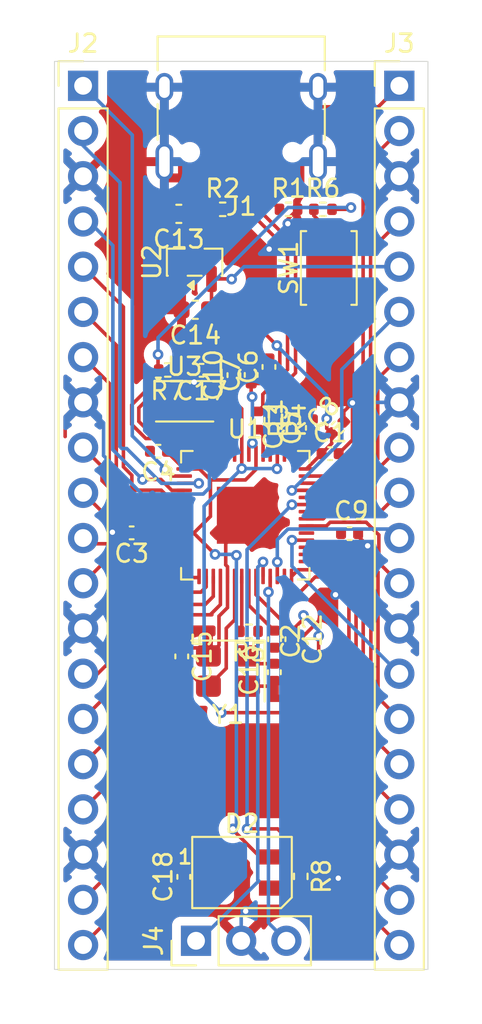
<source format=kicad_pcb>
(kicad_pcb (version 20241229) (generator "pcbnew") (generator_version "9.0")
  (layers (0 "F.Cu" signal) (2 "B.Cu" signal) (13 "F.Paste" user) (15 "B.Paste" user) (5 "F.SilkS" user "F.Silkscreen") (7 "B.SilkS" user "B.Silkscreen") (1 "F.Mask" user) (3 "B.Mask" user) (25 "Edge.Cuts" user))
  (net 0 "")
  (net 1 "+3V3")
  (net 2 "GND")
  (net 3 "+1V1")
  (net 4 "VBUS")
  (net 5 "XIN")
  (net 6 "Net-(C16-Pad2)")
  (net 7 "Net-(J1-CC2)")
  (net 8 "USB_D+")
  (net 9 "USB_D-")
  (net 10 "Net-(J1-CC1)")
  (net 11 "GPIO7")
  (net 12 "GPIO13")
  (net 13 "GPIO12")
  (net 14 "GPIO0")
  (net 15 "GPIO11")
  (net 16 "GPIO4")
  (net 17 "GPIO8")
  (net 18 "GPIO5")
  (net 19 "GPIO15")
  (net 20 "GPIO2")
  (net 21 "GPIO9")
  (net 22 "GPIO14")
  (net 23 "GPIO10")
  (net 24 "GPIO1")
  (net 25 "GPIO6")
  (net 26 "GPIO3")
  (net 27 "GPIO23")
  (net 28 "GPIO21")
  (net 29 "GPIO19")
  (net 30 "GPIO22")
  (net 31 "GPIO17")
  (net 32 "GPIO16")
  (net 33 "GPIO18")
  (net 34 "GPIO20")
  (net 35 "GPIO27_ADC1")
  (net 36 "GPIO24")
  (net 37 "RUN")
  (net 38 "GPIO28_ADC2")
  (net 39 "GPIO26_ADC0")
  (net 40 "GPIO29_ADC3")
  (net 41 "SWD")
  (net 42 "SWCLK")
  (net 43 "XOUT")
  (net 44 "Net-(R6-Pad1)")
  (net 45 "QSPI_SS")
  (net 46 "QSPI_SD1")
  (net 47 "QSPI_SCLK")
  (net 48 "QSPI_SD3")
  (net 49 "QSPI_SD0")
  (net 51 "QSPI_SD2")
  (net 52 "Net-(U1-USB_DM)")
  (net 53 "Net-(U1-USB_DP)")
  (net 54 "Net-(D2-VSS)")
  (net 55 "Net-(D2-DIN)")
  (net 56 "LED_0")
  (footprint "Capacitor_SMD:C_0402_1005Metric" (layer "F.Cu") (at 191.27 60.35 180)
    (property "Reference" "C17")
    (property "Value" "0.1uF")
  )
  (footprint "Capacitor_SMD:C_0402_1005Metric" (layer "F.Cu") (at 198.5 65.03)
    (property "Reference" "C1")
    (property "Value" "1uF")
  )
  (footprint "Capacitor_SMD:C_0402_1005Metric" (layer "F.Cu") (at 194.06 60.61 90)
    (property "Reference" "C7")
    (property "Value" "0.1uF")
  )
  (footprint "Capacitor_SMD:C_0402_1005Metric" (layer "F.Cu") (at 198.93 63.56 45)
    (property "Reference" "C8")
    (property "Value" "0.1uF")
  )
  (footprint "Resistor_SMD:R_0402_1005Metric" (layer "F.Cu") (at 189.37 60.33 180)
    (property "Reference" "R7")
    (property "Value" "10K")
  )
  (footprint "Capacitor_SMD:C_0402_1005Metric" (layer "F.Cu") (at 195.3775 75.45 -90)
    (property "Reference" "C2")
    (property "Value" "0.1uF")
  )
  (footprint "Connector_PinHeader_2.54mm:PinHeader_1x03_P2.54mm_Vertical" (layer "F.Cu") (at 190.96 92.39 90)
    (property "Reference" "J4")
    (property "Value" "Conn_01x03")
  )
  (footprint "Package_DFN_QFN:QFN-56-1EP_7x7mm_P0.4mm_EP3.2x3.2mm" (layer "F.Cu") (at 193.73 68.49)
    (property "Reference" "U1")
    (property "Value" "RP2040")
  )
  (footprint "Capacitor_SMD:C_0402_1005Metric" (layer "F.Cu") (at 196.3475 75.45 -90)
    (property "Reference" "C12")
    (property "Value" "0.1uF")
  )
  (footprint "Capacitor_SMD:C_0402_1005Metric" (layer "F.Cu") (at 199.5932 69.5198)
    (property "Reference" "C9")
    (property "Value" "0.1uF")
  )
  (footprint "Capacitor_SMD:C_0402_1005Metric" (layer "F.Cu") (at 196.469 63.373 90)
    (property "Reference" "C11")
    (property "Value" "0.1uF")
  )
  (footprint "Connector_PinHeader_2.54mm:PinHeader_1x20_P2.54mm_Vertical" (layer "F.Cu") (at 202.39 44.37)
    (property "Reference" "J3")
    (property "Value" "Conn_01x20")
  )
  (footprint "LED_SMD:LED_SK6812MINI_PLCC4_3.5x3.5mm_P1.75mm" (layer "F.Cu") (at 193.5454 88.5558)
    (property "Reference" "D2")
    (property "Value" "SK6812MINI")
  )
  (footprint "Connector_PinHeader_2.54mm:PinHeader_1x20_P2.54mm_Vertical" (layer "F.Cu") (at 184.61 44.37)
    (property "Reference" "J2")
    (property "Value" "Conn_01x20")
  )
  (footprint "Capacitor_SMD:C_0402_1005Metric" (layer "F.Cu") (at 197.5 63.58 90)
    (property "Reference" "C5")
    (property "Value" "0.1uF")
  )
  (footprint "Capacitor_SMD:C_0402_1005Metric" (layer "F.Cu") (at 187.34 69.48 180)
    (property "Reference" "C3")
    (property "Value" "0.1uF")
  )
  (footprint "Capacitor_SMD:C_0402_1005Metric" (layer "F.Cu") (at 193.09 60.62 90)
    (property "Reference" "C10")
    (property "Value" "1uF")
  )
  (footprint "Resistor_SMD:R_0402_1005Metric" (layer "F.Cu") (at 196.1622 51.308)
    (property "Reference" "R1")
    (property "Value" "5.1K")
  )
  (footprint "Capacitor_SMD:C_0603_1608Metric" (layer "F.Cu") (at 190.92 56.95 180)
    (property "Reference" "C14")
    (property "Value" "10uF")
  )
  (footprint "Resistor_SMD:R_0402_1005Metric" (layer "F.Cu") (at 198.0946 51.308)
    (property "Reference" "R6")
    (property "Value" "1K")
  )
  (footprint "Capacitor_SMD:C_0402_1005Metric" (layer "F.Cu") (at 188.849 64.897 180)
    (property "Reference" "C4")
    (property "Value" "0.1uF")
  )
  (footprint "Crystal:Crystal_SMD_3225-4Pin_3.2x2.5mm" (layer "F.Cu") (at 192.7575 77.24 180)
    (property "Reference" "Y1")
    (property "Value" "12 MHz")
  )
  (footprint "Capacitor_SMD:C_0402_1005Metric" (layer "F.Cu") (at 195.06 60.16 90)
    (property "Reference" "C6")
    (property "Value" "0.1uF")
  )
  (footprint "Capacitor_SMD:C_0603_1608Metric" (layer "F.Cu") (at 189.992 51.562 180)
    (property "Reference" "C13")
    (property "Value" "10uF")
  )
  (footprint "Package_TO_SOT_SMD:SOT-23" (layer "F.Cu") (at 190.881 54.2775 90)
    (property "Reference" "U2")
    (property "Value" "MCP1700x-330xxTT")
  )
  (footprint "Connector_USB:USB_C_Receptacle_HRO_TYPE-C-31-M-12" (layer "F.Cu") (at 193.5 45.5 180)
    (property "Reference" "J1")
    (property "Value" "USB_C_Receptacle_USB2.0_14P")
  )
  (footprint "Resistor_SMD:R_0402_1005Metric" (layer "F.Cu") (at 192.4578 51.308)
    (property "Reference" "R2")
    (property "Value" "5.1K")
  )
  (footprint "Capacitor_SMD:C_0402_1005Metric" (layer "F.Cu") (at 190.2714 88.7984 90)
    (property "Reference" "C18")
    (property "Value" "0.1uF")
  )
  (footprint "Resistor_SMD:R_0402_1005Metric" (layer "F.Cu") (at 194.43 63.17 -90)
    (property "Reference" "R3")
    (property "Value" "27")
  )
  (footprint "Capacitor_SMD:C_0402_1005Metric" (layer "F.Cu") (at 190.1575 76.419 -90)
    (property "Reference" "C15")
    (property "Value" "33pF")
  )
  (footprint "Resistor_SMD:R_0402_1005Metric" (layer "F.Cu") (at 193.9375 75.01 180)
    (property "Reference" "R5")
    (property "Value" "1K")
  )
  (footprint "Button_Switch_SMD:SW_Push_SPST_NO_Alps_SKRK" (layer "F.Cu") (at 198.4248 54.6018 90)
    (property "Reference" "SW1")
    (property "Value" "SW_Push")
  )
  (footprint "Package_SON:Winbond_USON-8-1EP_3x2mm_P0.5mm_EP0.2x1.6mm" (layer "F.Cu") (at 190.32 62.09)
    (property "Reference" "U3")
    (property "Value" "W25Q16JVZPIQ TR")
  )
  (footprint "Resistor_SMD:R_0402_1005Metric" (layer "F.Cu") (at 196.85 88.773 -90)
    (property "Reference" "R8")
    (property "Value" "330")
  )
  (footprint "Capacitor_SMD:C_0402_1005Metric" (layer "F.Cu") (at 195.3645 77.308 90)
    (property "Reference" "C16")
    (property "Value" "33pF")
  )
  (footprint "Resistor_SMD:R_0402_1005Metric" (layer "F.Cu") (at 195.44 63.16 -90)
    (property "Reference" "R4")
    (property "Value" "27")
  )
  (gr_rect (start 183 43) (end 204 94) (stroke (width 0.05)) (fill no) (layer "Edge.Cuts"))
  (segment (start 194.555062 87.6808) (end 195.2954 87.6808) (width 0.2) (layer "F.Cu") (net 1))
  (segment (start 194.06 61.78666) (end 194.114999 61.841659) (width 0.2) (layer "F.Cu") (net 1))
  (segment (start 193.93 71.9275) (end 193.93 73.55216) (width 0.2) (layer "F.Cu") (net 1))
  (segment (start 189.88 60.32245) (end 190.46345 59.739) (width 0.2) (layer "F.Cu") (net 1))
  (segment (start 187.83 69.49) (end 187.82 69.48) (width 0.2) (layer "F.Cu") (net 1))
  (segment (start 191.153327 65.89) (end 190.2925 65.89) (width 0.2) (layer "F.Cu") (net 1))
  (segment (start 196.33 65.0525) (end 196.5075 65.0525) (width 0.2) (layer "F.Cu") (net 1))
  (segment (start 190.2925 69.49) (end 190.8346 69.49) (width 0.2) (layer "F.Cu") (net 1))
  (segment (start 192.945 55.215) (end 192.96 55.23) (width 0.2) (layer "F.Cu") (net 1))
  (segment (start 198.590589 63.899411) (end 198.590589 64.459411) (width 0.2) (layer "F.Cu") (net 1))
  (segment (start 193.737847 66.506673) (end 194.33 65.91452) (width 0.2) (layer "F.Cu") (net 1))
  (segment (start 191.695 56.95) (end 193.495692 56.95) (width 0.2) (layer "F.Cu") (net 1))
  (segment (start 194.13 64.39) (end 194.13 64.439565) (width 0.2) (layer "F.Cu") (net 1))
  (segment (start 195.671 60.029) (end 195.671 59.125308) (width 0.2) (layer "F.Cu") (net 1))
  (segment (start 197.5 64.06) (end 198.43 64.06) (width 0.2) (layer "F.Cu") (net 1))
  (segment (start 193.3956 70.739) (end 193.230205 70.739) (width 0.2) (layer "F.Cu") (net 1))
  (segment (start 195.671 59.125308) (end 195.505 58.959308) (width 0.2) (layer "F.Cu") (net 1))
  (segment (start 191.831 55.215) (end 191.831 56.814) (width 0.2) (layer "F.Cu") (net 1))
  (segment (start 198.43 64.06) (end 198.590589 63.899411) (width 0.2) (layer "F.Cu") (net 1))
  (segment (start 193.93 65.0525) (end 193.93 64.49) (width 0.2) (layer "F.Cu") (net 1))
  (segment (start 195.93 65.0525) (end 196.33 65.0525) (width 0.2) (layer "F.Cu") (net 1))
  (segment (start 194.08 64.34) (end 194.13 64.39) (width 0.2) (layer "F.Cu") (net 1))
  (segment (start 189.88 60.33) (end 189.88 60.32245) (width 0.2) (layer "F.Cu") (net 1))
  (segment (start 194.33 65.0525) (end 194.33 64.639565) (width 0.2) (layer "F.Cu") (net 1))
  (segment (start 198.31 63.06) (end 198.31 63.618822) (width 0.2) (layer "F.Cu") (net 1))
  (segment (start 194.06 61.09) (end 194.06 61.78666) (width 0.2) (layer "F.Cu") (net 1))
  (segment (start 191.77 66.506673) (end 191.153327 65.89) (width 0.2) (layer "F.Cu") (net 1))
  (segment (start 195.06 60.64) (end 195.671 60.029) (width 0.2) (layer "F.Cu") (net 1))
  (segment (start 189.329 64.9265) (end 190.2925 65.89) (width 0.2) (layer "F.Cu") (net 1))
  (segment (start 191.77 68.5546) (end 191.77 66.506673) (width 0.2) (layer "F.Cu") (net 1))
  (segment (start 198.590589 64.459411) (end 198.02 65.03) (width 0.2) (layer "F.Cu") (net 1))
  (segment (start 191.831 55.215) (end 192.945 55.215) (width 0.2) (layer "F.Cu") (net 1))
  (segment (start 191.139 59.739) (end 191.75 60.35) (width 0.2) (layer "F.Cu") (net 1))
  (segment (start 193.495692 56.95) (end 195.505 58.959308) (width 0.2) (layer "F.Cu") (net 1))
  (segment (start 198.02 65.03) (end 198.02 65.0375) (width 0.2) (layer "F.Cu") (net 1))
  (segment (start 191.831 56.814) (end 191.695 56.95) (width 0.2) (layer "F.Cu") (net 1))
  (segment (start 198.31 63.618822) (end 198.590589 63.899411) (width 0.2) (layer "F.Cu") (net 1))
  (segment (start 190.8346 69.49) (end 191.77 68.5546) (width 0.2) (layer "F.Cu") (net 1))
  (segment (start 194.33 65.91452) (end 194.33 65.0525) (width 0.2) (layer "F.Cu") (net 1))
  (segment (start 194.61 61.09) (end 195.06 60.64) (width 0.2) (layer "F.Cu") (net 1))
  (segment (start 191.77 66.506673) (end 193.737847 66.506673) (width 0.2) (layer "F.Cu") (net 1))
  (segment (start 191.75 61.335) (end 191.745 61.34) (width 0.2) (layer "F.Cu") (net 1))
  (segment (start 190.2925 69.49) (end 187.83 69.49) (width 0.2) (layer "F.Cu") (net 1))
  (segment (start 194.06 61.09) (end 194.61 61.09) (width 0.2) (layer "F.Cu") (net 1))
  (segment (start 193.030202 86.106) (end 193.030202 86.15594) (width 0.2) (layer "F.Cu") (net 1))
  (segment (start 190.831005 69.49) (end 192.029205 70.6882) (width 0.2) (layer "F.Cu") (net 1))
  (segment (start 189.329 64.897) (end 189.329 64.9265) (width 0.2) (layer "F.Cu") (net 1))
  (segment (start 196.5075 65.0525) (end 197.5 64.06) (width 0.2) (layer "F.Cu") (net 1))
  (segment (start 193.93 73.55216) (end 195.34784 74.97) (width 0.2) (layer "F.Cu") (net 1))
  (segment (start 195.34784 74.97) (end 195.3775 74.97) (width 0.2) (layer "F.Cu") (net 1))
  (segment (start 191.75 60.35) (end 191.75 61.335) (width 0.2) (layer "F.Cu") (net 1))
  (segment (start 193.93 64.49) (end 194.08 64.34) (width 0.2) (layer "F.Cu") (net 1))
  (segment (start 193.030202 86.15594) (end 194.555062 87.6808) (width 0.2) (layer "F.Cu") (net 1))
  (segment (start 198.02 65.0375) (end 197.1675 65.89) (width 0.2) (layer "F.Cu") (net 1))
  (segment (start 194.33 64.639565) (end 194.13 64.439565) (width 0.2) (layer "F.Cu") (net 1))
  (segment (start 190.2925 69.49) (end 190.831005 69.49) (width 0.2) (layer "F.Cu") (net 1))
  (segment (start 190.46345 59.739) (end 191.139 59.739) (width 0.2) (layer "F.Cu") (net 1))
  (via (at 192.96 55.23) (size 0.6) (drill 0.3) (layers "F.Cu" "B.Cu") (net 1))
  (via (at 193.230205 70.739) (size 0.6) (drill 0.3) (layers "F.Cu" "B.Cu") (net 1))
  (via (at 193.030202 86.106) (size 0.6) (drill 0.3) (layers "F.Cu" "B.Cu") (net 1))
  (via (at 198.31 63.06) (size 0.6) (drill 0.3) (layers "F.Cu" "B.Cu") (net 1))
  (via (at 192.029205 70.6882) (size 0.6) (drill 0.3) (layers "F.Cu" "B.Cu") (net 1))
  (via (at 194.114999 61.841659) (size 0.6) (drill 0.3) (layers "F.Cu" "B.Cu") (net 1))
  (via (at 195.505 58.959308) (size 0.6) (drill 0.3) (layers "F.Cu" "B.Cu") (net 1))
  (via (at 194.13 64.439565) (size 0.6) (drill 0.3) (layers "F.Cu" "B.Cu") (net 1))
  (segment (start 192.029205 70.6882) (end 193.179405 70.6882) (width 0.2) (layer "B.Cu") (net 1))
  (segment (start 194.114999 61.841659) (end 194.13 61.85666) (width 0.2) (layer "B.Cu") (net 1))
  (segment (start 198.31 61.764308) (end 195.505 58.959308) (width 0.2) (layer "B.Cu") (net 1))
  (segment (start 194.13 61.85666) (end 194.13 64.439565) (width 0.2) (layer "B.Cu") (net 1))
  (segment (start 193.66 54.53) (end 202.39 54.53) (width 0.2) (layer "B.Cu") (net 1))
  (segment (start 192.96 55.23) (end 193.66 54.53) (width 0.2) (layer "B.Cu") (net 1))
  (segment (start 193.179405 70.6882) (end 193.230205 70.739) (width 0.2) (layer "B.Cu") (net 1))
  (segment (start 193.230205 85.905997) (end 193.030202 86.106) (width 0.2) (layer "B.Cu") (net 1))
  (segment (start 193.230205 70.739) (end 193.230205 85.905997) (width 0.2) (layer "B.Cu") (net 1))
  (segment (start 198.31 63.06) (end 198.31 61.764308) (width 0.2) (layer "B.Cu") (net 1))
  (segment (start 191.2065 75.939) (end 191.6575 76.39) (width 0.2) (layer "F.Cu") (net 2))
  (segment (start 190.373 49.668) (end 190.25 49.545) (width 0.2) (layer "F.Cu") (net 2))
  (segment (start 189.919 60.989) (end 190.8338 60.989) (width 0.2) (layer "F.Cu") (net 2))
  (segment (start 190.8338 60.989) (end 190.8556 61.0108) (width 0.2) (layer "F.Cu") (net 2))
  (segment (start 186.86 69.48) (end 186.2946 69.48) (width 0.2) (layer "F.Cu") (net 2))
  (segment (start 198.98 65.03) (end 199.7552 64.2548) (width 0.2) (layer "F.Cu") (net 2))
  (segment (start 200.0732 69.6696) (end 200.6092 70.2056) (width 0.2) (layer "F.Cu") (net 2))
  (segment (start 188.895 62.84) (end 189.3598 62.84) (width 0.2) (layer "F.Cu") (net 2))
  (segment (start 190.1575 75.939) (end 191.2065 75.939) (width 0.2) (layer "F.Cu") (net 2))
  (segment (start 190.79 60.9452) (end 190.8556 61.0108) (width 0.2) (layer "F.Cu") (net 2))
  (segment (start 192.73 73.6771) (end 192.73 71.9275) (width 0.2) (layer "F.Cu") (net 2))
  (segment (start 198.801565 73.475935) (end 196.3475 75.93) (width 0.2) (layer "F.Cu") (net 2))
  (segment (start 192.629205 69.590795) (end 193.73 68.49) (width 0.2) (layer "F.Cu") (net 2))
  (segment (start 191.6575 76.39) (end 192.251 75.7965) (width 0.2) (layer "F.Cu") (net 2))
  (segment (start 199.7552 64.2548) (end 199.7552 62.1792) (width 0.2) (layer "F.Cu") (net 2))
  (segment (start 193.7512 90.7288) (end 197.10255 90.7288) (width 0.2) (layer "F.Cu") (net 2))
  (segment (start 192.251 75.7965) (end 192.251 74.1561) (width 0.2) (layer "F.Cu") (net 2))
  (segment (start 199.269411 62.664989) (end 199.7552 62.1792) (width 0.2) (layer "F.Cu") (net 2))
  (segment (start 199.269411 63.220589) (end 199.269411 62.664989) (width 0.2) (layer "F.Cu") (net 2))
  (segment (start 192.9678 51.439) (end 195.072 53.5432) (width 0.2) (layer "F.Cu") (net 2))
  (segment (start 195.0625 78.09) (end 195.3645 77.788) (width 0.2) (layer "F.Cu") (net 2))
  (segment (start 199.7552 62.1792) (end 199.7552 58.0322) (width 0.2) (layer "F.Cu") (net 2))
  (segment (start 197.10255 90.7288) (end 198.95675 88.8746) (width 0.2) (layer "F.Cu") (net 2))
  (segment (start 184.61 62.15) (end 183.601 63.159) (width 0.2) (layer "F.Cu") (net 2))
  (segment (start 192.9678 51.308) (end 192.9678 51.439) (width 0.2) (layer "F.Cu") (net 2))
  (segment (start 196.120464 51.859736) (end 196.6722 51.308) (width 0.2) (layer "F.Cu") (net 2))
  (segment (start 183.601 63.159) (end 183.601 64.07124) (width 0.2) (layer "F.Cu") (net 2))
  (segment (start 198.801565 72.953035) (end 198.801565 73.475935) (width 0.2) (layer "F.Cu") (net 2))
  (segment (start 195.3775 75.93) (end 196.3475 75.93) (width 0.2) (layer "F.Cu") (net 2))
  (segment (start 189.919 62.2808) (end 189.919 60.989) (width 0.2) (layer "F.Cu") (net 2))
  (segment (start 196.120464 52.113736) (end 196.120464 51.859736) (width 0.2) (layer "F.Cu") (net 2))
  (segment (start 190.79 60.35) (end 190.79 60.9452) (width 0.2) (layer "F.Cu") (net 2))
  (segment (start 192.251 74.1561) (end 192.73 73.6771) (width 0.2) (layer "F.Cu") (net 2))
  (segment (start 192.629205 71.278405) (end 192.629205 69.590795) (width 0.2) (layer "F.Cu") (net 2))
  (segment (start 186.2946 69.48) (end 186.2582 69.4436) (width 0.2) (layer "F.Cu") (net 2))
  (segment (start 189.3598 62.84) (end 189.919 62.2808) (width 0.2) (layer "F.Cu") (net 2))
  (segment (start 193.8575 78.09) (end 195.0625 78.09) (width 0.2) (layer "F.Cu") (net 2))
  (segment (start 200.0732 69.5198) (end 200.0732 69.6696) (width 0.2) (layer "F.Cu") (net 2))
  (segment (start 192.73 71.9275) (end 192.73 71.3792) (width 0.2) (layer "F.Cu") (net 2))
  (segment (start 199.7552 58.0322) (end 198.4248 56.7018) (width 0.2) (layer "F.Cu") (net 2))
  (segment (start 192.73 71.3792) (end 192.629205 71.278405) (width 0.2) (layer "F.Cu") (net 2))
  (via (at 198.95675 88.8746) (size 0.6) (drill 0.3) (layers "F.Cu" "B.Cu") (net 2))
  (via (at 200.6092 70.2056) (size 0.6) (drill 0.3) (layers "F.Cu" "B.Cu") (net 2))
  (via (at 193.7512 90.7288) (size 0.6) (drill 0.3) (layers "F.Cu" "B.Cu") (net 2))
  (via (at 198.801565 72.953035) (size 0.6) (drill 0.3) (layers "F.Cu" "B.Cu") (net 2))
  (via (at 190.8556 61.0108) (size 0.6) (drill 0.3) (layers "F.Cu" "B.Cu") (net 2))
  (via (at 195.072 53.5432) (size 0.6) (drill 0.3) (layers "F.Cu" "B.Cu") (net 2))
  (via (at 190.8556 61.0108) (size 0.6) (drill 0.3) (layers "F.Cu" "B.Cu") (net 2))
  (via (at 196.120464 52.113736) (size 0.6) (drill 0.3) (layers "F.Cu" "B.Cu") (net 2))
  (via (at 186.2582 69.4436) (size 0.6) (drill 0.3) (layers "F.Cu" "B.Cu") (net 2))
  (via (at 199.7552 62.1792) (size 0.6) (drill 0.3) (layers "F.Cu" "B.Cu") (net 2))
  (segment (start 191.712962 61.868162) (end 191.712962 66.947521) (width 0.2) (layer "B.Cu") (net 2))
  (segment (start 193.5 90.98) (end 193.7512 90.7288) (width 0.2) (layer "B.Cu") (net 2))
  (segment (start 199.7552 62.1792) (end 199.7844 62.15) (width 0.2) (layer "B.Cu") (net 2))
  (segment (start 185.761 65.141943) (end 185.761 63.301) (width 0.2) (layer "B.Cu") (net 2))
  (segment (start 187.842929 67.858871) (end 187.842929 67.223871) (width 0.2) (layer "B.Cu") (net 2))
  (segment (start 191.712962 66.947521) (end 191.360905 67.299578) (width 0.2) (layer "B.Cu") (net 2))
  (segment (start 200.6092 73.0692) (end 202.39 74.85) (width 0.2) (layer "B.Cu") (net 2))
  (segment (start 195.072 53.5432) (end 195.072 53.1622) (width 0.2) (layer "B.Cu") (net 2))
  (segment (start 200.6092 70.2056) (end 200.6092 73.0692) (width 0.2) (layer "B.Cu") (net 2))
  (segment (start 186.2582 69.4436) (end 187.842929 67.858871) (width 0.2) (layer "B.Cu") (net 2))
  (segment (start 198.95675 88.8746) (end 201.0654 88.8746) (width 0.2) (layer "B.Cu") (net 2))
  (segment (start 199.7844 62.15) (end 202.39 62.15) (width 0.2) (layer "B.Cu") (net 2))
  (segment (start 200.6092 71.1454) (end 198.801565 72.953035) (width 0.2) (layer "B.Cu") (net 2))
  (segment (start 200.6092 70.2056) (end 200.6092 71.1454) (width 0.2) (layer "B.Cu") (net 2))
  (segment (start 195.072 53.1622) (end 196.120464 52.113736) (width 0.2) (layer "B.Cu") (net 2))
  (segment (start 190.8556 61.0108) (end 191.712962 61.868162) (width 0.2) (layer "B.Cu") (net 2))
  (segment (start 187.842929 67.223871) (end 185.761 65.141943) (width 0.2) (layer "B.Cu") (net 2))
  (segment (start 191.360905 67.299578) (end 187.918635 67.299578) (width 0.2) (layer "B.Cu") (net 2))
  (segment (start 201.0654 88.8746) (end 202.39 87.55) (width 0.2) (layer "B.Cu") (net 2))
  (segment (start 185.761 63.301) (end 184.61 62.15) (width 0.2) (layer "B.Cu") (net 2))
  (segment (start 193.5 92.39) (end 193.5 90.98) (width 0.2) (layer "B.Cu") (net 2))
  (segment (start 187.918635 67.299578) (end 187.842929 67.223871) (width 0.2) (layer "B.Cu") (net 2))
  (segment (start 193.53 65.0525) (end 193.53 65.864577) (width 0.2) (layer "F.Cu") (net 3))
  (segment (start 195.53 65.0525) (end 195.53 65.86058) (width 0.2) (layer "F.Cu") (net 3))
  (segment (start 197.853215 78.371785) (end 197.853215 75.272815) (width 0.2) (layer "F.Cu") (net 3))
  (segment (start 195.53 64.517226) (end 195.53 65.0525) (width 0.2) (layer "F.Cu") (net 3))
  (segment (start 193.53 62.5129) (end 193.53 65.0525) (width 0.2) (layer "F.Cu") (net 3))
  (segment (start 192.3796 79.5782) (end 196.6468 79.5782) (width 0.2) (layer "F.Cu") (net 3))
  (segment (start 196.011226 64.310774) (end 195.736452 64.310774) (width 0.2) (layer "F.Cu") (net 3))
  (segment (start 196.469 63.853) (end 196.011226 64.310774) (width 0.2) (layer "F.Cu") (net 3))
  (segment (start 193.09 62.0729) (end 193.53 62.5129) (width 0.2) (layer "F.Cu") (net 3))
  (segment (start 194.33 72.9525) (end 194.33 71.9275) (width 0.2) (layer "F.Cu") (net 3))
  (segment (start 195.53 65.86058) (end 195.510243 65.880337) (width 0.2) (layer "F.Cu") (net 3))
  (segment (start 195.736452 64.310774) (end 195.53 64.517226) (width 0.2) (layer "F.Cu") (net 3))
  (segment (start 196.3475 74.97) (end 194.33 72.9525) (width 0.2) (layer "F.Cu") (net 3))
  (segment (start 196.6468 79.5782) (end 197.853215 78.371785) (width 0.2) (layer "F.Cu") (net 3))
  (segment (start 193.53 65.864577) (end 193.526913 65.867664) (width 0.2) (layer "F.Cu") (net 3))
  (segment (start 197.0024 74.3151) (end 196.3475 74.97) (width 0.2) (layer "F.Cu") (net 3))
  (segment (start 193.09 61.1) (end 193.09 62.0729) (width 0.2) (layer "F.Cu") (net 3))
  (segment (start 197.0024 74.1172) (end 197.0024 74.3151) (width 0.2) (layer "F.Cu") (net 3))
  (via (at 197.853215 75.272815) (size 0.6) (drill 0.3) (layers "F.Cu" "B.Cu") (net 3))
  (via (at 192.3796 79.5782) (size 0.6) (drill 0.3) (layers "F.Cu" "B.Cu") (net 3))
  (via (at 193.526913 65.867664) (size 0.6) (drill 0.3) (layers "F.Cu" "B.Cu") (net 3))
  (via (at 197.0024 74.1172) (size 0.6) (drill 0.3) (layers "F.Cu" "B.Cu") (net 3))
  (via (at 195.510243 65.880337) (size 0.6) (drill 0.3) (layers "F.Cu" "B.Cu") (net 3))
  (segment (start 195.49757 65.867664) (end 195.510243 65.880337) (width 0.2) (layer "B.Cu") (net 3))
  (segment (start 191.4144 67.980177) (end 191.4144 78.613) (width 0.2) (layer "B.Cu") (net 3))
  (segment (start 193.526913 65.867664) (end 191.4144 67.980177) (width 0.2) (layer "B.Cu") (net 3))
  (segment (start 191.4144 78.613) (end 192.3796 79.5782) (width 0.2) (layer "B.Cu") (net 3))
  (segment (start 197.853215 75.272815) (end 197.853215 74.968015) (width 0.2) (layer "B.Cu") (net 3))
  (segment (start 197.853215 74.968015) (end 197.0024 74.1172) (width 0.2) (layer "B.Cu") (net 3))
  (segment (start 193.526913 65.867664) (end 195.49757 65.867664) (width 0.2) (layer "B.Cu") (net 3))
  (segment (start 190.767 51.562) (end 190.767 53.226) (width 0.2) (layer "F.Cu") (net 4))
  (segment (start 195.95 49.545) (end 195.714 49.309) (width 0.2) (layer "F.Cu") (net 4))
  (segment (start 190.767 50.617) (end 190.767 51.562) (width 0.2) (layer "F.Cu") (net 4))
  (segment (start 195.714 49.309) (end 195.714 47.819992) (width 0.2) (layer "F.Cu") (net 4))
  (segment (start 191.7 48.118) (end 195.448 48.118) (width 0.2) (layer "F.Cu") (net 4))
  (segment (start 191.05 50.334) (end 190.767 50.617) (width 0.2) (layer "F.Cu") (net 4))
  (segment (start 201.209 45.551) (end 202.39 44.37) (width 0.2) (layer "F.Cu") (net 4))
  (segment (start 191.05 48.768) (end 191.7 48.118) (width 0.2) (layer "F.Cu") (net 4))
  (segment (start 190.767 53.226) (end 190.881 53.34) (width 0.2) (layer "F.Cu") (net 4))
  (segment (start 191.05 49.545) (end 191.05 48.768) (width 0.2) (layer "F.Cu") (net 4))
  (segment (start 195.448 48.118) (end 195.95 48.62) (width 0.2) (layer "F.Cu") (net 4))
  (segment (start 197.982992 45.551) (end 201.209 45.551) (width 0.2) (layer "F.Cu") (net 4))
  (segment (start 195.714 47.819992) (end 197.982992 45.551) (width 0.2) (layer "F.Cu") (net 4))
  (segment (start 191.05 49.545) (end 191.05 50.334) (width 0.2) (layer "F.Cu") (net 4))
  (segment (start 195.95 48.62) (end 195.95 49.545) (width 0.2) (layer "F.Cu") (net 4))
  (segment (start 193.13 71.9275) (end 193.13 74.36716) (width 0.2) (layer "F.Cu") (net 5))
  (segment (start 192.6585 77.089) (end 191.6575 78.09) (width 0.2) (layer "F.Cu") (net 5))
  (segment (start 193.13 74.36716) (end 192.6585 74.83866) (width 0.2) (layer "F.Cu") (net 5))
  (segment (start 191.3485 78.09) (end 190.1575 76.899) (width 0.2) (layer "F.Cu") (net 5))
  (segment (start 192.6585 74.83866) (end 192.6585 77.089) (width 0.2) (layer "F.Cu") (net 5))
  (segment (start 191.6575 78.09) (end 191.3485 78.09) (width 0.2) (layer "F.Cu") (net 5))
  (segment (start 194.4475 75.8) (end 193.8575 76.39) (width 0.2) (layer "F.Cu") (net 6))
  (segment (start 194.2955 76.828) (end 193.8575 76.39) (width 0.2) (layer "F.Cu") (net 6))
  (segment (start 195.3645 76.828) (end 194.2955 76.828) (width 0.2) (layer "F.Cu") (net 6))
  (segment (start 194.4475 75.01) (end 194.4475 75.8) (width 0.2) (layer "F.Cu") (net 6))
  (segment (start 191.75 51.1102) (end 191.9478 51.308) (width 0.2) (layer "F.Cu") (net 7))
  (segment (start 191.75 49.545) (end 191.75 51.1102) (width 0.2) (layer "F.Cu") (net 7))
  (segment (start 192.75 50.51) (end 192.75 49.545) (width 0.2) (layer "F.Cu") (net 8))
  (segment (start 193.775 50.657501) (end 193.75 50.632501) (width 0.2) (layer "F.Cu") (net 8))
  (segment (start 194.714999 62.375001) (end 194.714999 61.696803) (width 0.2) (layer "F.Cu") (net 8))
  (segment (start 196.105 60.306802) (end 196.105 53.583198) (width 0.2) (layer "F.Cu") (net 8))
  (segment (start 193.75 49.545) (end 193.75 50.522) (width 0.2) (layer "F.Cu") (net 8))
  (segment (start 194.43 62.66) (end 194.714999 62.375001) (width 0.2) (layer "F.Cu") (net 8))
  (segment (start 193.701 50.571) (end 192.811 50.571) (width 0.2) (layer "F.Cu") (net 8))
  (segment (start 193.75 50.522) (end 193.701 50.571) (width 0.2) (layer "F.Cu") (net 8))
  (segment (start 196.105 53.583198) (end 193.775 51.253198) (width 0.2) (layer "F.Cu") (net 8))
  (segment (start 194.714999 61.696803) (end 196.105 60.306802) (width 0.2) (layer "F.Cu") (net 8))
  (segment (start 193.75 50.632501) (end 193.75 49.545) (width 0.2) (layer "F.Cu") (net 8))
  (segment (start 193.775 51.253198) (end 193.775 50.657501) (width 0.2) (layer "F.Cu") (net 8))
  (segment (start 192.811 50.571) (end 192.75 50.51) (width 0.2) (layer "F.Cu") (net 8))
  (segment (start 194.225 50.657501) (end 194.25 50.632501) (width 0.2) (layer "F.Cu") (net 9))
  (segment (start 196.555 53.396802) (end 194.225 51.066802) (width 0.2) (layer "F.Cu") (net 9))
  (segment (start 194.225 51.066802) (end 194.225 50.657501) (width 0.2) (layer "F.Cu") (net 9))
  (segment (start 194.25 48.568) (end 194.25 49.545) (width 0.2) (layer "F.Cu") (net 9))
  (segment (start 196.555 60.493198) (end 196.555 53.396802) (width 0.2) (layer "F.Cu") (net 9))
  (segment (start 195.165001 62.375001) (end 195.165001 61.883197) (width 0.2) (layer "F.Cu") (net 9))
  (segment (start 195.44 62.65) (end 195.165001 62.375001) (width 0.2) (layer "F.Cu") (net 9))
  (segment (start 194.201 48.519) (end 194.25 48.568) (width 0.2) (layer "F.Cu") (net 9))
  (segment (start 193.299 48.519) (end 194.201 48.519) (width 0.2) (layer "F.Cu") (net 9))
  (segment (start 194.25 50.632501) (end 194.25 49.545) (width 0.2) (layer "F.Cu") (net 9))
  (segment (start 195.165001 61.883197) (end 196.555 60.493198) (width 0.2) (layer "F.Cu") (net 9))
  (segment (start 193.25 49.545) (end 193.25 48.568) (width 0.2) (layer "F.Cu") (net 9))
  (segment (start 193.25 48.568) (end 193.299 48.519) (width 0.2) (layer "F.Cu") (net 9))
  (segment (start 194.75 50.4058) (end 194.75 49.545) (width 0.2) (layer "F.Cu") (net 10))
  (segment (start 195.6522 51.308) (end 194.75 50.4058) (width 0.2) (layer "F.Cu") (net 10))
  (segment (start 186.1124 68.7324) (end 188.3156 68.7324) (width 0.2) (layer "F.Cu") (net 11))
  (segment (start 188.6732 69.09) (end 190.2925 69.09) (width 0.2) (layer "F.Cu") (net 11))
  (segment (start 188.3156 68.7324) (end 188.6732 69.09) (width 0.2) (layer "F.Cu") (net 11))
  (segment (start 184.61 67.23) (end 186.1124 68.7324) (width 0.2) (layer "F.Cu") (net 11))
  (segment (start 191.23 72.81) (end 188.09 72.81) (width 0.2) (layer "F.Cu") (net 12))
  (segment (start 191.53 72.51) (end 191.23 72.81) (width 0.2) (layer "F.Cu") (net 12))
  (segment (start 187.383 73.497) (end 187.383 82.237) (width 0.2) (layer "F.Cu") (net 12))
  (segment (start 191.53 71.9275) (end 191.53 72.51) (width 0.2) (layer "F.Cu") (net 12))
  (segment (start 187.383 82.237) (end 184.61 85.01) (width 0.2) (layer "F.Cu") (net 12))
  (segment (start 188.09 72.81) (end 188.08 72.8) (width 0.2) (layer "F.Cu") (net 12))
  (segment (start 188.08 72.8) (end 187.383 73.497) (width 0.2) (layer "F.Cu") (net 12))
  (segment (start 188.08 72.8) (end 188.08 72.76) (width 0.2) (layer "F.Cu") (net 12))
  (segment (start 187.59 71.99) (end 187.59 72) (width 0.2) (layer "F.Cu") (net 13))
  (segment (start 187.59 72) (end 186.982 72.608) (width 0.2) (layer "F.Cu") (net 13))
  (segment (start 191.13 71.9275) (end 191.0675 71.99) (width 0.2) (layer "F.Cu") (net 13))
  (segment (start 191.0675 71.99) (end 187.59 71.99) (width 0.2) (layer "F.Cu") (net 13))
  (segment (start 186.982 72.608) (end 186.982 80.098) (width 0.2) (layer "F.Cu") (net 13))
  (segment (start 186.982 80.098) (end 184.61 82.47) (width 0.2) (layer "F.Cu") (net 13))
  (segment (start 189.5816 66.29) (end 189.2046 65.913) (width 0.2) (layer "F.Cu") (net 14))
  (segment (start 190.2925 66.29) (end 189.5816 66.29) (width 0.2) (layer "F.Cu") (net 14))
  (via (at 189.2046 65.913) (size 0.6) (drill 0.3) (layers "F.Cu" "B.Cu") (net 14))
  (segment (start 187.3758 47.1358) (end 184.61 44.37) (width 0.2) (layer "B.Cu") (net 14))
  (segment (start 189.2046 65.913) (end 189.2046 65.8622) (width 0.2) (layer "B.Cu") (net 14))
  (segment (start 189.2046 65.8622) (end 187.3758 64.0334) (width 0.2) (layer "B.Cu") (net 14))
  (segment (start 187.3758 64.0334) (end 187.3758 47.1358) (width 0.2) (layer "B.Cu") (net 14))
  (segment (start 188.89 71.09) (end 188.41 71.57) (width 0.2) (layer "F.Cu") (net 15))
  (segment (start 188.41 71.57) (end 186.8 71.57) (width 0.2) (layer "F.Cu") (net 15))
  (segment (start 186.581 77.959) (end 184.61 79.93) (width 0.2) (layer "F.Cu") (net 15))
  (segment (start 190.2925 71.09) (end 188.89 71.09) (width 0.2) (layer "F.Cu") (net 15))
  (segment (start 186.581 71.789) (end 186.581 77.959) (width 0.2) (layer "F.Cu") (net 15))
  (segment (start 186.8 71.57) (end 186.581 71.789) (width 0.2) (layer "F.Cu") (net 15))
  (segment (start 190.2925 67.89) (end 189.2258 67.89) (width 0.2) (layer "F.Cu") (net 16))
  (segment (start 188.829 67.4932) (end 187.0964 67.4932) (width 0.2) (layer "F.Cu") (net 16))
  (segment (start 186.8824 66.4464) (end 186.476 66.04) (width 0.2) (layer "F.Cu") (net 16))
  (segment (start 186.476 58.936) (end 184.61 57.07) (width 0.2) (layer "F.Cu") (net 16))
  (segment (start 186.476 66.04) (end 186.476 58.936) (width 0.2) (layer "F.Cu") (net 16))
  (segment (start 189.2258 67.89) (end 188.829 67.4932) (width 0.2) (layer "F.Cu") (net 16))
  (segment (start 187.0964 67.4932) (end 186.8824 67.2792) (width 0.2) (layer "F.Cu") (net 16))
  (segment (start 186.8824 67.2792) (end 186.8824 66.4464) (width 0.2) (layer "F.Cu") (net 16))
  (segment (start 188.34755 69.89) (end 188.14655 70.091) (width 0.2) (layer "F.Cu") (net 17))
  (segment (start 190.2925 69.89) (end 188.34755 69.89) (width 0.2) (layer "F.Cu") (net 17))
  (segment (start 188.14655 70.091) (end 184.931 70.091) (width 0.2) (layer "F.Cu") (net 17))
  (segment (start 184.931 70.091) (end 184.61 69.77) (width 0.2) (layer "F.Cu") (net 17))
  (segment (start 190.2925 68.29) (end 189.0416 68.29) (width 0.2) (layer "F.Cu") (net 18))
  (segment (start 188.6458 67.8942) (end 186.8424 67.8942) (width 0.2) (layer "F.Cu") (net 18))
  (segment (start 186.075 66.3448) (end 186.075 61.075) (width 0.2) (layer "F.Cu") (net 18))
  (segment (start 186.8424 67.8942) (end 186.817 67.9196) (width 0.2) (layer "F.Cu") (net 18))
  (segment (start 186.4814 67.584) (end 186.4814 66.7512) (width 0.2) (layer "F.Cu") (net 18))
  (segment (start 189.0416 68.29) (end 188.6458 67.8942) (width 0.2) (layer "F.Cu") (net 18))
  (segment (start 186.4814 66.7512) (end 186.075 66.3448) (width 0.2) (layer "F.Cu") (net 18))
  (segment (start 186.075 61.075) (end 184.61 59.61) (width 0.2) (layer "F.Cu") (net 18))
  (segment (start 186.817 67.9196) (end 186.4814 67.584) (width 0.2) (layer "F.Cu") (net 18))
  (segment (start 189.12 74.08) (end 191.76 74.08) (width 0.2) (layer "F.Cu") (net 19))
  (segment (start 188.49 79.54) (end 188.49 74.71) (width 0.2) (layer "F.Cu") (net 19))
  (segment (start 191.76 74.08) (end 191.85 74.08) (width 0.2) (layer "F.Cu") (net 19))
  (segment (start 188.48 79.55) (end 188.49 79.54) (width 0.2) (layer "F.Cu") (net 19))
  (segment (start 188.49 74.71) (end 189.12 74.08) (width 0.2) (layer "F.Cu") (net 19))
  (segment (start 188.48 88.76) (end 188.48 79.55) (width 0.2) (layer "F.Cu") (net 19))
  (segment (start 192.33 71.9275) (end 192.33 73.51) (width 0.2) (layer "F.Cu") (net 19))
  (segment (start 192.33 73.51) (end 191.76 74.08) (width 0.2) (layer "F.Cu") (net 19))
  (segment (start 184.61 92.63) (end 188.48 88.76) (width 0.2) (layer "F.Cu") (net 19))
  (segment (start 190.2925 67.09) (end 189.5942 67.09) (width 0.2) (layer "F.Cu") (net 20))
  (segment (start 189.5942 67.09) (end 189.23 66.7258) (width 0.2) (layer "F.Cu") (net 20))
  (segment (start 189.23 66.7258) (end 188.9856 66.4814) (width 0.2) (layer "F.Cu") (net 20))
  (segment (start 188.9856 66.4814) (end 187.9504 66.4814) (width 0.2) (layer "F.Cu") (net 20))
  (via (at 187.9504 66.4814) (size 0.6) (drill 0.3) (layers "F.Cu" "B.Cu") (net 20))
  (segment (start 186.2836 53.34) (end 184.9336 51.99) (width 0.2) (layer "B.Cu") (net 20))
  (segment (start 187.9504 66.4814) (end 186.2836 64.8146) (width 0.2) (layer "B.Cu") (net 20))
  (segment (start 186.2836 64.8146) (end 186.2836 53.34) (width 0.2) (layer "B.Cu") (net 20))
  (segment (start 184.9336 51.99) (end 184.61 51.99) (width 0.2) (layer "B.Cu") (net 20))
  (segment (start 190.2925 70.29) (end 188.55 70.29) (width 0.2) (layer "F.Cu") (net 21))
  (segment (start 186.38 70.54) (end 184.61 72.31) (width 0.2) (layer "F.Cu") (net 21))
  (segment (start 188.3 70.54) (end 186.38 70.54) (width 0.2) (layer "F.Cu") (net 21))
  (segment (start 188.55 70.29) (end 188.3 70.54) (width 0.2) (layer "F.Cu") (net 21))
  (segment (start 188.52 73.5) (end 187.784 74.236) (width 0.2) (layer "F.Cu") (net 22))
  (segment (start 187.784 86.916) (end 184.61 90.09) (width 0.2) (layer "F.Cu") (net 22))
  (segment (start 191.93 71.9275) (end 191.93 73.05) (width 0.2) (layer "F.Cu") (net 22))
  (segment (start 191.93 73.05) (end 191.48 73.5) (width 0.2) (layer "F.Cu") (net 22))
  (segment (start 191.48 73.5) (end 188.52 73.5) (width 0.2) (layer "F.Cu") (net 22))
  (segment (start 187.784 74.236) (end 187.784 86.916) (width 0.2) (layer "F.Cu") (net 22))
  (segment (start 186.58 71.13) (end 186.18 71.53) (width 0.2) (layer "F.Cu") (net 23))
  (segment (start 190.2925 70.69) (end 188.7171 70.69) (width 0.2) (layer "F.Cu") (net 23))
  (segment (start 186.18 76.64) (end 185.43 77.39) (width 0.2) (layer "F.Cu") (net 23))
  (segment (start 185.43 77.39) (end 184.61 77.39) (width 0.2) (layer "F.Cu") (net 23))
  (segment (start 188.2771 71.13) (end 186.58 71.13) (width 0.2) (layer "F.Cu") (net 23))
  (segment (start 188.7171 70.69) (end 188.2771 71.13) (width 0.2) (layer "F.Cu") (net 23))
  (segment (start 186.18 71.53) (end 186.18 76.64) (width 0.2) (layer "F.Cu") (net 23))
  (segment (start 191.103384 66.69) (end 191.111962 66.698578) (width 0.2) (layer "F.Cu") (net 24))
  (segment (start 190.2925 66.69) (end 191.103384 66.69) (width 0.2) (layer "F.Cu") (net 24))
  (via (at 191.111962 66.698578) (size 0.6) (drill 0.3) (layers "F.Cu" "B.Cu") (net 24))
  (segment (start 191.111962 66.698578) (end 189.017521 66.698578) (width 0.2) (layer "B.Cu") (net 24))
  (segment (start 186.6846 64.6376) (end 186.6846 49.804) (width 0.2) (layer "B.Cu") (net 24))
  (segment (start 189.017521 66.698578) (end 187.063543 64.7446) (width 0.2) (layer "B.Cu") (net 24))
  (segment (start 186.6846 49.804) (end 184.61 47.7294) (width 0.2) (layer "B.Cu") (net 24))
  (segment (start 186.7916 64.7446) (end 186.6846 64.6376) (width 0.2) (layer "B.Cu") (net 24))
  (segment (start 184.61 47.7294) (end 184.61 46.91) (width 0.2) (layer "B.Cu") (net 24))
  (segment (start 187.063543 64.7446) (end 186.7916 64.7446) (width 0.2) (layer "B.Cu") (net 24))
  (segment (start 186.0804 66.9544) (end 185.674 66.548) (width 0.2) (layer "F.Cu") (net 25))
  (segment (start 188.8574 68.69) (end 188.4988 68.3314) (width 0.2) (layer "F.Cu") (net 25))
  (segment (start 188.4988 68.3314) (end 186.563 68.3314) (width 0.2) (layer "F.Cu") (net 25))
  (segment (start 186.563 68.3314) (end 186.563 68.326) (width 0.2) (layer "F.Cu") (net 25))
  (segment (start 185.674 65.754) (end 184.61 64.69) (width 0.2) (layer "F.Cu") (net 25))
  (segment (start 186.0804 67.8434) (end 186.0804 66.9544) (width 0.2) (layer "F.Cu") (net 25))
  (segment (start 186.563 68.326) (end 186.0804 67.8434) (width 0.2) (layer "F.Cu") (net 25))
  (segment (start 190.2925 68.69) (end 188.8574 68.69) (width 0.2) (layer "F.Cu") (net 25))
  (segment (start 185.674 66.548) (end 185.674 65.754) (width 0.2) (layer "F.Cu") (net 25))
  (segment (start 187.3504 66.2432) (end 186.877 65.7698) (width 0.2) (layer "F.Cu") (net 26))
  (segment (start 186.877 65.7698) (end 186.877 56.797) (width 0.2) (layer "F.Cu") (net 26))
  (segment (start 190.2925 67.49) (end 189.41 67.49) (width 0.2) (layer "F.Cu") (net 26))
  (segment (start 189.41 67.49) (end 189.0014 67.0814) (width 0.2) (layer "F.Cu") (net 26))
  (segment (start 187.3504 67.0814) (end 187.3504 66.2432) (width 0.2) (layer "F.Cu") (net 26))
  (segment (start 186.877 56.797) (end 184.61 54.53) (width 0.2) (layer "F.Cu") (net 26))
  (segment (start 189.0014 67.0814) (end 187.3504 67.0814) (width 0.2) (layer "F.Cu") (net 26))
  (segment (start 197.1675 68.69) (end 198.1116 68.69) (width 0.2) (layer "F.Cu") (net 27))
  (segment (start 201.2686 68.3514) (end 202.39 67.23) (width 0.2) (layer "F.Cu") (net 27))
  (segment (start 198.4502 68.3514) (end 201.2686 68.3514) (width 0.2) (layer "F.Cu") (net 27))
  (segment (start 198.1116 68.69) (end 198.4502 68.3514) (width 0.2) (layer "F.Cu") (net 27))
  (segment (start 196.354955 69.89) (end 196.354192 69.889237) (width 0.2) (layer "F.Cu") (net 28))
  (segment (start 197.1675 69.89) (end 196.354955 69.89) (width 0.2) (layer "F.Cu") (net 28))
  (via (at 196.354192 69.889237) (size 0.6) (drill 0.3) (layers "F.Cu" "B.Cu") (net 28))
  (segment (start 196.354192 71.354192) (end 202.39 77.39) (width 0.2) (layer "B.Cu") (net 28))
  (segment (start 196.354192 69.889237) (end 196.354192 71.354192) (width 0.2) (layer "B.Cu") (net 28))
  (segment (start 200.7907 80.8707) (end 202.39 82.47) (width 0.2) (layer "F.Cu") (net 29))
  (segment (start 197.1675 70.69) (end 199.6358 70.69) (width 0.2) (layer "F.Cu") (net 29))
  (segment (start 200.7907 71.8449) (end 200.7907 80.8707) (width 0.2) (layer "F.Cu") (net 29))
  (segment (start 199.6358 70.69) (end 200.7907 71.8449) (width 0.2) (layer "F.Cu") (net 29))
  (segment (start 198.2958 69.09) (end 198.5024 68.8834) (width 0.2) (layer "F.Cu") (net 30))
  (segment (start 200.52675 68.8834) (end 201.239 69.59565) (width 0.2) (layer "F.Cu") (net 30))
  (segment (start 197.1675 69.09) (end 198.2958 69.09) (width 0.2) (layer "F.Cu") (net 30))
  (segment (start 201.239 71.159) (end 202.39 72.31) (width 0.2) (layer "F.Cu") (net 30))
  (segment (start 198.5024 68.8834) (end 200.52675 68.8834) (width 0.2) (layer "F.Cu") (net 30))
  (segment (start 201.239 69.59565) (end 201.239 71.159) (width 0.2) (layer "F.Cu") (net 30))
  (segment (start 199.95775 72.27195) (end 199.95775 87.65775) (width 0.2) (layer "F.Cu") (net 31))
  (segment (start 199.95775 87.65775) (end 202.39 90.09) (width 0.2) (layer "F.Cu") (net 31))
  (segment (start 196.33 71.9275) (end 196.7057 71.5518) (width 0.2) (layer "F.Cu") (net 31))
  (segment (start 196.7057 71.5518) (end 199.2376 71.5518) (width 0.2) (layer "F.Cu") (net 31))
  (segment (start 199.2376 71.5518) (end 199.95775 72.27195) (width 0.2) (layer "F.Cu") (net 31))
  (segment (start 199.55675 72.58215) (end 199.55675 89.79675) (width 0.2) (layer "F.Cu") (net 32))
  (segment (start 196.7684 72.8472) (end 197.6628 71.9528) (width 0.2) (layer "F.Cu") (net 32))
  (segment (start 195.93 72.5622) (end 196.215 72.8472) (width 0.2) (layer "F.Cu") (net 32))
  (segment (start 195.93 71.9275) (end 195.93 72.5622) (width 0.2) (layer "F.Cu") (net 32))
  (segment (start 198.9274 71.9528) (end 199.55675 72.58215) (width 0.2) (layer "F.Cu") (net 32))
  (segment (start 196.215 72.8472) (end 196.7684 72.8472) (width 0.2) (layer "F.Cu") (net 32))
  (segment (start 197.6628 71.9528) (end 198.9274 71.9528) (width 0.2) (layer "F.Cu") (net 32))
  (segment (start 199.55675 89.79675) (end 202.39 92.63) (width 0.2) (layer "F.Cu") (net 32))
  (segment (start 197.1675 71.09) (end 199.4687 71.09) (width 0.2) (layer "F.Cu") (net 33))
  (segment (start 199.4687 71.09) (end 200.35875 71.98005) (width 0.2) (layer "F.Cu") (net 33))
  (segment (start 200.35875 71.98005) (end 200.35875 82.97875) (width 0.2) (layer "F.Cu") (net 33))
  (segment (start 200.35875 82.97875) (end 202.39 85.01) (width 0.2) (layer "F.Cu") (net 33))
  (segment (start 201.1917 78.7317) (end 202.39 79.93) (width 0.2) (layer "F.Cu") (net 34))
  (segment (start 197.1675 70.29) (end 199.8029 70.29) (width 0.2) (layer "F.Cu") (net 34))
  (segment (start 199.8029 70.29) (end 201.1917 71.6788) (width 0.2) (layer "F.Cu") (net 34))
  (segment (start 201.1917 71.6788) (end 201.1917 78.7317) (width 0.2) (layer "F.Cu") (net 34))
  (segment (start 196.356311 67.09) (end 196.349086 67.097225) (width 0.2) (layer "F.Cu") (net 35))
  (segment (start 197.1675 67.09) (end 196.356311 67.09) (width 0.2) (layer "F.Cu") (net 35))
  (via (at 196.349086 67.097225) (size 0.6) (drill 0.3) (layers "F.Cu" "B.Cu") (net 35))
  (segment (start 199.1542 64.292111) (end 196.349086 67.097225) (width 0.2) (layer "B.Cu") (net 35))
  (segment (start 199.1542 60.3058) (end 199.1542 64.292111) (width 0.2) (layer "B.Cu") (net 35))
  (segment (start 202.39 57.07) (end 199.1542 60.3058) (width 0.2) (layer "B.Cu") (net 35))
  (segment (start 198.3486 67.8688) (end 200.8378 67.8688) (width 0.2) (layer "F.Cu") (net 36))
  (segment (start 201.0156 67.691) (end 201.0156 66.0644) (width 0.2) (layer "F.Cu") (net 36))
  (segment (start 197.1675 68.29) (end 197.9274 68.29) (width 0.2) (layer "F.Cu") (net 36))
  (segment (start 200.8378 67.8688) (end 201.0156 67.691) (width 0.2) (layer "F.Cu") (net 36))
  (segment (start 201.0156 66.0644) (end 202.39 64.69) (width 0.2) (layer "F.Cu") (net 36))
  (segment (start 197.9274 68.29) (end 198.3486 67.8688) (width 0.2) (layer "F.Cu") (net 36))
  (segment (start 195.53 71.9275) (end 195.53 71.114918) (width 0.2) (layer "F.Cu") (net 37))
  (segment (start 195.53 71.114918) (end 195.529427 71.114345) (width 0.2) (layer "F.Cu") (net 37))
  (via (at 195.529427 71.114345) (size 0.6) (drill 0.3) (layers "F.Cu" "B.Cu") (net 37))
  (segment (start 195.529427 71.114345) (end 195.529427 69.864059) (width 0.2) (layer "B.Cu") (net 37))
  (segment (start 195.529427 69.864059) (end 196.127686 69.2658) (width 0.2) (layer "B.Cu") (net 37))
  (segment (start 201.8858 69.2658) (end 202.39 69.77) (width 0.2) (layer "B.Cu") (net 37))
  (segment (start 196.127686 69.2658) (end 201.8858 69.2658) (width 0.2) (layer "B.Cu") (net 37))
  (segment (start 200.77505 65.151) (end 200.77505 53.60495) (width 0.2) (layer "F.Cu") (net 38))
  (segment (start 200.77505 53.60495) (end 202.39 51.99) (width 0.2) (layer "F.Cu") (net 38))
  (segment (start 200.01 66.69) (end 200.2136 66.4864) (width 0.2) (layer "F.Cu") (net 38))
  (segment (start 200.2136 65.71245) (end 200.77505 65.151) (width 0.2) (layer "F.Cu") (net 38))
  (segment (start 197.1675 66.69) (end 200.01 66.69) (width 0.2) (layer "F.Cu") (net 38))
  (segment (start 200.2136 66.4864) (end 200.2136 65.71245) (width 0.2) (layer "F.Cu") (net 38))
  (segment (start 200.6146 65.8983) (end 201.17605 65.33685) (width 0.2) (layer "F.Cu") (net 39))
  (segment (start 201.17605 65.33685) (end 201.17605 60.82395) (width 0.2) (layer "F.Cu") (net 39))
  (segment (start 200.6146 66.9744) (end 200.6146 65.8983) (width 0.2) (layer "F.Cu") (net 39))
  (segment (start 201.17605 60.82395) (end 202.39 59.61) (width 0.2) (layer "F.Cu") (net 39))
  (segment (start 197.7634 67.4678) (end 200.1212 67.4678) (width 0.2) (layer "F.Cu") (net 39))
  (segment (start 197.7412 67.49) (end 197.7634 67.4678) (width 0.2) (layer "F.Cu") (net 39))
  (segment (start 197.1675 67.49) (end 197.7412 67.49) (width 0.2) (layer "F.Cu") (net 39))
  (segment (start 200.1212 67.4678) (end 200.6146 66.9744) (width 0.2) (layer "F.Cu") (net 39))
  (segment (start 198.9622 66.29) (end 200.3552 64.897) (width 0.2) (layer "F.Cu") (net 40))
  (segment (start 197.1675 66.29) (end 198.9622 66.29) (width 0.2) (layer "F.Cu") (net 40))
  (segment (start 200.3552 64.897) (end 200.3552 48.9448) (width 0.2) (layer "F.Cu") (net 40))
  (segment (start 200.3552 48.9448) (end 202.39 46.91) (width 0.2) (layer "F.Cu") (net 40))
  (segment (start 195.13 71.9275) (end 195.13 72.706382) (width 0.2) (layer "F.Cu") (net 41))
  (segment (start 195.13 72.706382) (end 195.031205 72.805177) (width 0.2) (layer "F.Cu") (net 41))
  (via (at 195.031205 72.805177) (size 0.6) (drill 0.3) (layers "F.Cu" "B.Cu") (net 41))
  (segment (start 195.031205 72.805177) (end 195.031205 91.381205) (width 0.2) (layer "B.Cu") (net 41))
  (segment (start 195.031205 91.381205) (end 196.04 92.39) (width 0.2) (layer "B.Cu") (net 41))
  (segment (start 194.73 71.115395) (end 194.727049 71.112444) (width 0.2) (layer "F.Cu") (net 42))
  (segment (start 194.73 71.9275) (end 194.73 71.115395) (width 0.2) (layer "F.Cu") (net 42))
  (via (at 194.727049 71.112444) (size 0.6) (drill 0.3) (layers "F.Cu" "B.Cu") (net 42))
  (segment (start 194.4878 89.027) (end 191.1248 92.39) (width 0.2) (layer "B.Cu") (net 42))
  (segment (start 194.430205 71.409288) (end 194.430205 88.969405) (width 0.2) (layer "B.Cu") (net 42))
  (segment (start 194.727049 71.112444) (end 194.430205 71.409288) (width 0.2) (layer "B.Cu") (net 42))
  (segment (start 191.1248 92.39) (end 190.96 92.39) (width 0.2) (layer "B.Cu") (net 42))
  (segment (start 194.430205 88.969405) (end 194.4878 89.027) (width 0.2) (layer "B.Cu") (net 42))
  (segment (start 193.53 74.9075) (end 193.4275 75.01) (width 0.2) (layer "F.Cu") (net 43))
  (segment (start 193.53 71.9275) (end 193.53 74.9075) (width 0.2) (layer "F.Cu") (net 43))
  (segment (start 197.5846 51.308) (end 197.5846 51.6616) (width 0.2) (layer "F.Cu") (net 44))
  (segment (start 197.5846 51.6616) (end 198.4248 52.5018) (width 0.2) (layer "F.Cu") (net 44))
  (segment (start 187.342 63.386998) (end 187.342 62.293002) (width 0.2) (layer "F.Cu") (net 45))
  (segment (start 188.86 61.305) (end 188.895 61.34) (width 0.2) (layer "F.Cu") (net 45))
  (segment (start 191.13 65.0525) (end 190.2585 64.181) (width 0.2) (layer "F.Cu") (net 45))
  (segment (start 188.295002 61.34) (end 188.895 61.34) (width 0.2) (layer "F.Cu") (net 45))
  (segment (start 188.136002 64.181) (end 187.342 63.386998) (width 0.2) (layer "F.Cu") (net 45))
  (segment (start 187.342 62.293002) (end 188.295002 61.34) (width 0.2) (layer "F.Cu") (net 45))
  (segment (start 199.5678 51.308) (end 199.6694 51.2064) (width 0.2) (layer "F.Cu") (net 45))
  (segment (start 188.86 60.33) (end 188.86 61.305) (width 0.2) (layer "F.Cu") (net 45))
  (segment (start 188.8236 60.2936) (end 188.86 60.33) (width 0.2) (layer "F.Cu") (net 45))
  (segment (start 188.8236 59.4614) (end 188.8236 60.2936) (width 0.2) (layer "F.Cu") (net 45))
  (segment (start 190.2585 64.181) (end 188.136002 64.181) (width 0.2) (layer "F.Cu") (net 45))
  (segment (start 198.6046 51.308) (end 199.5678 51.308) (width 0.2) (layer "F.Cu") (net 45))
  (via (at 188.8236 59.4614) (size 0.6) (drill 0.3) (layers "F.Cu" "B.Cu") (net 45))
  (via (at 199.6694 51.2064) (size 0.6) (drill 0.3) (layers "F.Cu" "B.Cu") (net 45))
  (segment (start 196.133657 51.2064) (end 188.8236 58.516457) (width 0.2) (layer "B.Cu") (net 45))
  (segment (start 188.8236 58.516457) (end 188.8236 59.4614) (width 0.2) (layer "B.Cu") (net 45))
  (segment (start 199.6694 51.2064) (end 196.133657 51.2064) (width 0.2) (layer "B.Cu") (net 45))
  (segment (start 191.53 65.0525) (end 191.53 64.49) (width 0.2) (layer "F.Cu") (net 46))
  (segment (start 188.302102 63.78) (end 187.743 63.220898) (width 0.2) (layer "F.Cu") (net 46))
  (segment (start 188.362102 61.84) (end 188.895 61.84) (width 0.2) (layer "F.Cu") (net 46))
  (segment (start 190.82 63.78) (end 188.302102 63.78) (width 0.2) (layer "F.Cu") (net 46))
  (segment (start 187.743 62.459102) (end 188.362102 61.84) (width 0.2) (layer "F.Cu") (net 46))
  (segment (start 191.53 64.49) (end 190.82 63.78) (width 0.2) (layer "F.Cu") (net 46))
  (segment (start 187.743 63.220898) (end 187.743 62.459102) (width 0.2) (layer "F.Cu") (net 46))
  (segment (start 192.73 65.0525) (end 192.73 62.859202) (width 0.2) (layer "F.Cu") (net 47))
  (segment (start 192.210798 62.34) (end 191.745 62.34) (width 0.2) (layer "F.Cu") (net 47))
  (segment (start 192.73 62.859202) (end 192.210798 62.34) (width 0.2) (layer "F.Cu") (net 47))
  (segment (start 193.13 62.68) (end 192.29 61.84) (width 0.2) (layer "F.Cu") (net 48))
  (segment (start 193.13 65.0525) (end 193.13 62.68) (width 0.2) (layer "F.Cu") (net 48))
  (segment (start 192.29 61.84) (end 191.745 61.84) (width 0.2) (layer "F.Cu") (net 48))
  (segment (start 192.33 63.425) (end 191.745 62.84) (width 0.2) (layer "F.Cu") (net 49))
  (segment (start 192.33 65.0525) (end 192.33 63.425) (width 0.2) (layer "F.Cu") (net 49))
  (segment (start 188.144 62.625202) (end 188.429202 62.34) (width 0.2) (layer "F.Cu") (net 51))
  (segment (start 188.144 63.054798) (end 188.144 62.625202) (width 0.2) (layer "F.Cu") (net 51))
  (segment (start 188.389202 63.3) (end 188.144 63.054798) (width 0.2) (layer "F.Cu") (net 51))
  (segment (start 191.93 64.26) (end 190.97 63.3) (width 0.2) (layer "F.Cu") (net 51))
  (segment (start 188.429202 62.34) (end 188.895 62.34) (width 0.2) (layer "F.Cu") (net 51))
  (segment (start 190.97 63.3) (end 188.389202 63.3) (width 0.2) (layer "F.Cu") (net 51))
  (segment (start 191.93 65.0525) (end 191.93 64.26) (width 0.2) (layer "F.Cu") (net 51))
  (segment (start 195.44 63.67) (end 195.13 63.98) (width 0.2) (layer "F.Cu") (net 52))
  (segment (start 195.13 63.98) (end 195.13 65.0525) (width 0.2) (layer "F.Cu") (net 52))
  (segment (start 194.43 63.68) (end 194.73 63.98) (width 0.2) (layer "F.Cu") (net 53))
  (segment (start 194.73 63.98) (end 194.73 65.0525) (width 0.2) (layer "F.Cu") (net 53))
  (segment (start 191.643 89.2784) (end 191.7954 89.4308) (width 0.2) (layer "F.Cu") (net 54))
  (segment (start 190.2714 89.2784) (end 191.643 89.2784) (width 0.2) (layer "F.Cu") (net 54))
  (segment (start 196.85 89.283) (end 195.4432 89.283) (width 0.2) (layer "F.Cu") (net 55))
  (segment (start 195.4432 89.283) (end 195.2954 89.4308) (width 0.2) (layer "F.Cu") (net 55))
  (segment (start 196.35631 67.89) (end 196.349085 67.897225) (width 0.2) (layer "F.Cu") (net 56))
  (segment (start 197.1675 67.89) (end 196.35631 67.89) (width 0.2) (layer "F.Cu") (net 56))
  (segment (start 195.5476 86.106) (end 196.85 87.4084) (width 0.2) (layer "F.Cu") (net 56))
  (segment (start 193.830205 86.106) (end 195.5476 86.106) (width 0.2) (layer "F.Cu") (net 56))
  (segment (start 196.85 87.4084) (end 196.85 88.263) (width 0.2) (layer "F.Cu") (net 56))
  (via (at 196.349085 67.897225) (size 0.6) (drill 0.3) (layers "F.Cu" "B.Cu") (net 56))
  (via (at 193.830205 86.106) (size 0.6) (drill 0.3) (layers "F.Cu" "B.Cu") (net 56))
  (segment (start 193.830205 70.416105) (end 193.830205 86.106) (width 0.2) (layer "B.Cu") (net 56))
  (segment (start 196.349085 67.897225) (end 193.830205 70.416105) (width 0.2) (layer "B.Cu") (net 56))
  (zone (net 2) (net_name "GND") (layers "F.Cu" "B.Cu") (connect_pads (clearance 0.5)) (min_thickness 0.25) (fill yes (thermal_gap 0.5) (thermal_bridge_width 0.5))
    (polygon (pts (xy 182.8546 42.4434) (xy 204.2414 42.6212) (xy 204.5462 94.4118) (xy 183.0832 94.3102)))
  )
)
</source>
